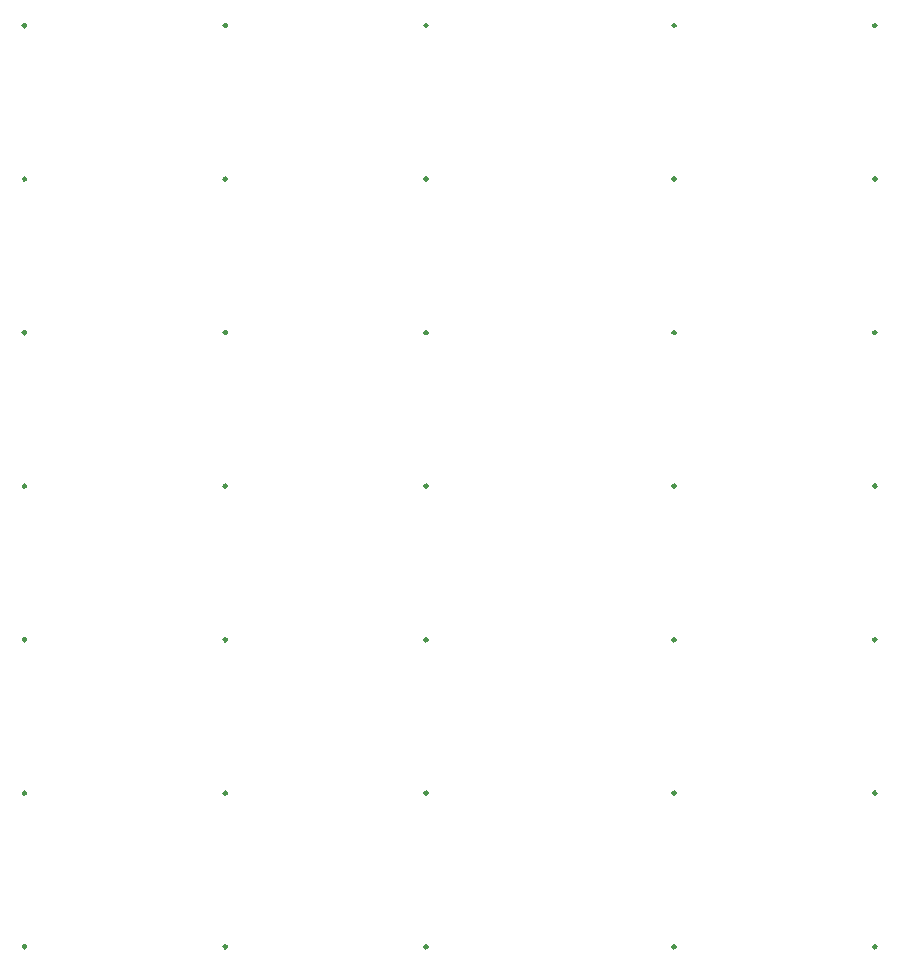
<source format=gbr>
%TF.GenerationSoftware,KiCad,Pcbnew,8.0.4-unknown-202407232306~396e531e7c~ubuntu22.04.1*%
%TF.CreationDate,2024-08-05T10:33:50+01:00*%
%TF.ProjectId,PANEL_ADS1293,50414e45-4c5f-4414-9453-313239332e6b,1.0*%
%TF.SameCoordinates,Original*%
%TF.FileFunction,Other,Comment*%
%FSLAX46Y46*%
G04 Gerber Fmt 4.6, Leading zero omitted, Abs format (unit mm)*
G04 Created by KiCad (PCBNEW 8.0.4-unknown-202407232306~396e531e7c~ubuntu22.04.1) date 2024-08-05 10:33:50*
%MOMM*%
%LPD*%
G01*
G04 APERTURE LIST*
%ADD10C,0.250000*%
G04 APERTURE END LIST*
D10*
%TO.C,U2*%
X43220289Y-62889500D02*
G75*
G02*
X42960293Y-62889500I-129998J0D01*
G01*
X42960293Y-62889500D02*
G75*
G02*
X43220289Y-62889500I129998J0D01*
G01*
X26220289Y-36889500D02*
G75*
G02*
X25960293Y-36889500I-129998J0D01*
G01*
X25960293Y-36889500D02*
G75*
G02*
X26220289Y-36889500I129998J0D01*
G01*
X43220289Y-75889500D02*
G75*
G02*
X42960293Y-75889500I-129998J0D01*
G01*
X42960293Y-75889500D02*
G75*
G02*
X43220289Y-75889500I129998J0D01*
G01*
X26220289Y-88889500D02*
G75*
G02*
X25960293Y-88889500I-129998J0D01*
G01*
X25960293Y-88889500D02*
G75*
G02*
X26220289Y-88889500I129998J0D01*
G01*
X26220289Y-75889500D02*
G75*
G02*
X25960293Y-75889500I-129998J0D01*
G01*
X25960293Y-75889500D02*
G75*
G02*
X26220289Y-75889500I129998J0D01*
G01*
X9220289Y-49889500D02*
G75*
G02*
X8960293Y-49889500I-129998J0D01*
G01*
X8960293Y-49889500D02*
G75*
G02*
X9220289Y-49889500I129998J0D01*
G01*
X43220289Y-36889500D02*
G75*
G02*
X42960293Y-36889500I-129998J0D01*
G01*
X42960293Y-36889500D02*
G75*
G02*
X43220289Y-36889500I129998J0D01*
G01*
X9220289Y-62889500D02*
G75*
G02*
X8960293Y-62889500I-129998J0D01*
G01*
X8960293Y-62889500D02*
G75*
G02*
X9220289Y-62889500I129998J0D01*
G01*
X26220289Y-49889500D02*
G75*
G02*
X25960293Y-49889500I-129998J0D01*
G01*
X25960293Y-49889500D02*
G75*
G02*
X26220289Y-49889500I129998J0D01*
G01*
X81220289Y-62889500D02*
G75*
G02*
X80960293Y-62889500I-129998J0D01*
G01*
X80960293Y-62889500D02*
G75*
G02*
X81220289Y-62889500I129998J0D01*
G01*
X26220289Y-10889500D02*
G75*
G02*
X25960293Y-10889500I-129998J0D01*
G01*
X25960293Y-10889500D02*
G75*
G02*
X26220289Y-10889500I129998J0D01*
G01*
X64220289Y-49889500D02*
G75*
G02*
X63960293Y-49889500I-129998J0D01*
G01*
X63960293Y-49889500D02*
G75*
G02*
X64220289Y-49889500I129998J0D01*
G01*
X81220289Y-23889500D02*
G75*
G02*
X80960293Y-23889500I-129998J0D01*
G01*
X80960293Y-23889500D02*
G75*
G02*
X81220289Y-23889500I129998J0D01*
G01*
X26220289Y-23889500D02*
G75*
G02*
X25960293Y-23889500I-129998J0D01*
G01*
X25960293Y-23889500D02*
G75*
G02*
X26220289Y-23889500I129998J0D01*
G01*
X81220289Y-49889500D02*
G75*
G02*
X80960293Y-49889500I-129998J0D01*
G01*
X80960293Y-49889500D02*
G75*
G02*
X81220289Y-49889500I129998J0D01*
G01*
X43220289Y-10889500D02*
G75*
G02*
X42960293Y-10889500I-129998J0D01*
G01*
X42960293Y-10889500D02*
G75*
G02*
X43220289Y-10889500I129998J0D01*
G01*
X64220289Y-62889500D02*
G75*
G02*
X63960293Y-62889500I-129998J0D01*
G01*
X63960293Y-62889500D02*
G75*
G02*
X64220289Y-62889500I129998J0D01*
G01*
X9220289Y-36889500D02*
G75*
G02*
X8960293Y-36889500I-129998J0D01*
G01*
X8960293Y-36889500D02*
G75*
G02*
X9220289Y-36889500I129998J0D01*
G01*
X9220289Y-23889500D02*
G75*
G02*
X8960293Y-23889500I-129998J0D01*
G01*
X8960293Y-23889500D02*
G75*
G02*
X9220289Y-23889500I129998J0D01*
G01*
X9220289Y-10889500D02*
G75*
G02*
X8960293Y-10889500I-129998J0D01*
G01*
X8960293Y-10889500D02*
G75*
G02*
X9220289Y-10889500I129998J0D01*
G01*
X81220289Y-10889500D02*
G75*
G02*
X80960293Y-10889500I-129998J0D01*
G01*
X80960293Y-10889500D02*
G75*
G02*
X81220289Y-10889500I129998J0D01*
G01*
X9220289Y-88889500D02*
G75*
G02*
X8960293Y-88889500I-129998J0D01*
G01*
X8960293Y-88889500D02*
G75*
G02*
X9220289Y-88889500I129998J0D01*
G01*
X43220289Y-49889500D02*
G75*
G02*
X42960293Y-49889500I-129998J0D01*
G01*
X42960293Y-49889500D02*
G75*
G02*
X43220289Y-49889500I129998J0D01*
G01*
X64220289Y-10889500D02*
G75*
G02*
X63960293Y-10889500I-129998J0D01*
G01*
X63960293Y-10889500D02*
G75*
G02*
X64220289Y-10889500I129998J0D01*
G01*
X81220289Y-36889500D02*
G75*
G02*
X80960293Y-36889500I-129998J0D01*
G01*
X80960293Y-36889500D02*
G75*
G02*
X81220289Y-36889500I129998J0D01*
G01*
X43220289Y-23889500D02*
G75*
G02*
X42960293Y-23889500I-129998J0D01*
G01*
X42960293Y-23889500D02*
G75*
G02*
X43220289Y-23889500I129998J0D01*
G01*
X64220289Y-88889500D02*
G75*
G02*
X63960293Y-88889500I-129998J0D01*
G01*
X63960293Y-88889500D02*
G75*
G02*
X64220289Y-88889500I129998J0D01*
G01*
X81220289Y-88889500D02*
G75*
G02*
X80960293Y-88889500I-129998J0D01*
G01*
X80960293Y-88889500D02*
G75*
G02*
X81220289Y-88889500I129998J0D01*
G01*
X64220289Y-36889500D02*
G75*
G02*
X63960293Y-36889500I-129998J0D01*
G01*
X63960293Y-36889500D02*
G75*
G02*
X64220289Y-36889500I129998J0D01*
G01*
X81220289Y-75889500D02*
G75*
G02*
X80960293Y-75889500I-129998J0D01*
G01*
X80960293Y-75889500D02*
G75*
G02*
X81220289Y-75889500I129998J0D01*
G01*
X64220289Y-23889500D02*
G75*
G02*
X63960293Y-23889500I-129998J0D01*
G01*
X63960293Y-23889500D02*
G75*
G02*
X64220289Y-23889500I129998J0D01*
G01*
X9220289Y-75889500D02*
G75*
G02*
X8960293Y-75889500I-129998J0D01*
G01*
X8960293Y-75889500D02*
G75*
G02*
X9220289Y-75889500I129998J0D01*
G01*
X43220289Y-88889500D02*
G75*
G02*
X42960293Y-88889500I-129998J0D01*
G01*
X42960293Y-88889500D02*
G75*
G02*
X43220289Y-88889500I129998J0D01*
G01*
X64220289Y-75889500D02*
G75*
G02*
X63960293Y-75889500I-129998J0D01*
G01*
X63960293Y-75889500D02*
G75*
G02*
X64220289Y-75889500I129998J0D01*
G01*
X26220289Y-62889500D02*
G75*
G02*
X25960293Y-62889500I-129998J0D01*
G01*
X25960293Y-62889500D02*
G75*
G02*
X26220289Y-62889500I129998J0D01*
G01*
%TD*%
M02*

</source>
